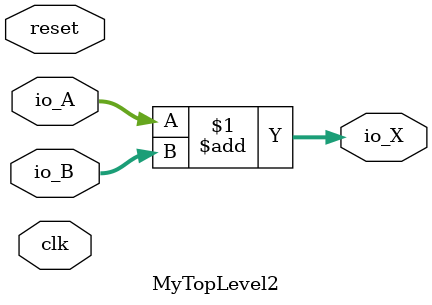
<source format=v>

`timescale 1ns/1ps

module MyTopLevel2 (
  input      [7:0]    io_A,
  input      [7:0]    io_B,
  output     [7:0]    io_X,
  input               clk,
  input               reset
);

  reg        [7:0]    a;
  reg        [7:0]    b;

  assign io_X = (io_A + io_B);

endmodule

</source>
